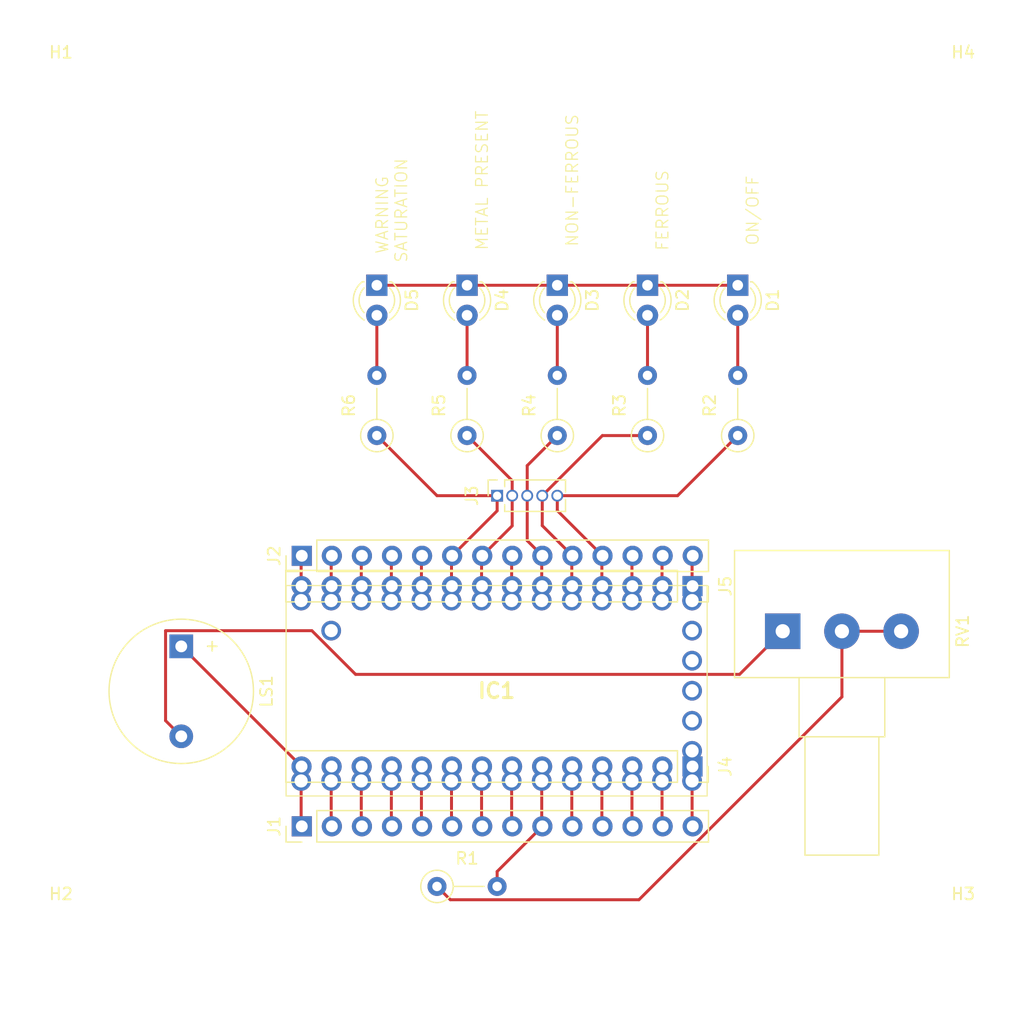
<source format=kicad_pcb>
(kicad_pcb (version 20211014) (generator pcbnew)
  (layers (0 "F.Cu" signal) (31 "B.Cu" signal) (34 "B.Paste" user) (35 "F.Paste" user) (36 "B.SilkS" user "B.Silkscreen") (37 "F.SilkS" user "F.Silkscreen") (38 "B.Mask" user) (39 "F.Mask" user) (44 "Edge.Cuts" user))
  (net 0 "")
  (net 1 "GND")
  (net 2 "Net-(D1-Pad2)")
  (net 3 "Net-(D2-Pad2)")
  (net 4 "Net-(D3-Pad2)")
  (net 5 "Net-(D4-Pad2)")
  (net 6 "Net-(D5-Pad2)")
  (net 7 "Net-(IC1-Pad1)")
  (net 8 "Net-(IC1-Pad2)")
  (net 9 "Net-(IC1-Pad3)")
  (net 10 "Net-(IC1-Pad4)")
  (net 11 "Net-(IC1-Pad5)")
  (net 12 "Net-(IC1-Pad6)")
  (net 13 "Net-(IC1-Pad7)")
  (net 14 "Net-(IC1-Pad8)")
  (net 15 "Net-(IC1-Pad9)")
  (net 16 "Net-(IC1-Pad10)")
  (net 17 "Net-(IC1-Pad11)")
  (net 18 "Net-(IC1-Pad12)")
  (net 19 "Net-(IC1-Pad13)")
  (net 20 "Net-(IC1-Pad14)")
  (net 26 "Net-(IC1-Pad20)")
  (net 27 "Net-(IC1-Pad21)")
  (net 28 "Net-(IC1-Pad22)")
  (net 29 "Net-(IC1-Pad23)")
  (net 30 "Net-(IC1-Pad24)")
  (net 31 "Net-(IC1-Pad25)")
  (net 32 "Net-(IC1-Pad26)")
  (net 33 "Net-(IC1-Pad27)")
  (net 34 "Net-(IC1-Pad28)")
  (net 35 "Net-(IC1-Pad29)")
  (net 36 "Net-(IC1-Pad30)")
  (net 37 "Net-(IC1-Pad31)")
  (net 38 "Net-(IC1-Pad32)")
  (net 39 "Net-(IC1-Pad33)")
  (net 41 "Net-(LS1-Pad2)")
  (net 42 "Net-(R1-Pad1)")
  (footprint "Resistor_THT:R_Axial_DIN0207_L6.3mm_D2.5mm_P5.08mm_Vertical" (layer "F.Cu") (at 128.28 59.665 90)
    (fp_text reference "R5" (at 2.54 -2.37 90) (layer "F.SilkS"))
    (fp_text value "470")
    (fp_line (start 1.37 0) (end 3.98 0) (layer "F.SilkS") (width 0.12))
    (fp_circle (center 0 0) (end 1.37 0) (layer "F.SilkS") (width 0.12) (fill none))
    (pad "1" thru_hole circle (at 0 0 90) (size 1.6 1.6) (drill 0.8) (layers *.Cu *.Mask) (net 33 "Net-(IC1-Pad27)"))
    (pad "2" thru_hole oval (at 5.08 0 90) (size 1.6 1.6) (drill 0.8) (layers *.Cu *.Mask) (net 5 "Net-(D4-Pad2)"))
  )
  (footprint "LED_THT:LED_D3.0mm_Clear" (layer "F.Cu") (at 128.28 46.965 -90)
    (fp_text reference "D4" (at 1.27 -2.96 90) (layer "F.SilkS"))
    (fp_text value "LED")
    (fp_line (start -0.29 -1.236) (end -0.29 -1.08) (layer "F.SilkS") (width 0.12))
    (fp_line (start -0.29 1.08) (end -0.29 1.236) (layer "F.SilkS") (width 0.12))
    (fp_arc (start 2.942335 1.078608) (mid 1.366487 1.987659) (end -0.29 1.235516) (layer "F.SilkS") (width 0.12))
    (fp_arc (start 0.229039 -1.08) (mid 1.270117 -1.5) (end 2.31113 -1.079837) (layer "F.SilkS") (width 0.12))
    (fp_arc (start 2.31113 1.079837) (mid 1.270117 1.5) (end 0.229039 1.08) (layer "F.SilkS") (width 0.12))
    (fp_arc (start -0.29 -1.235516) (mid 1.366487 -1.987659) (end 2.942335 -1.078608) (layer "F.SilkS") (width 0.12))
    (pad "1" thru_hole rect (at 0 0 270) (size 1.8 1.8) (drill 0.9) (layers *.Cu *.Mask) (net 1 "GND"))
    (pad "2" thru_hole circle (at 2.54 0 270) (size 1.8 1.8) (drill 0.9) (layers *.Cu *.Mask) (net 5 "Net-(D4-Pad2)"))
  )
  (footprint "Resistor_THT:R_Axial_DIN0207_L6.3mm_D2.5mm_P5.08mm_Vertical" (layer "F.Cu") (at 120.66 59.665 90)
    (fp_text reference "R6" (at 2.54 -2.37 90) (layer "F.SilkS"))
    (fp_text value "1k")
    (fp_line (start 1.37 0) (end 3.98 0) (layer "F.SilkS") (width 0.12))
    (fp_circle (center 0 0) (end 1.37 0) (layer "F.SilkS") (width 0.12) (fill none))
    (pad "1" thru_hole circle (at 0 0 90) (size 1.6 1.6) (drill 0.8) (layers *.Cu *.Mask) (net 34 "Net-(IC1-Pad28)"))
    (pad "2" thru_hole oval (at 5.08 0 90) (size 1.6 1.6) (drill 0.8) (layers *.Cu *.Mask) (net 6 "Net-(D5-Pad2)"))
  )
  (footprint "Connector_PinSocket_1.27mm:PinSocket_1x05_P1.27mm_Vertical" (layer "F.Cu") (at 130.82 64.745 90)
    (fp_text reference "J3" (at 0 -2.135 90) (layer "F.SilkS"))
    (fp_text value "Conn_01x05_Female")
    (fp_line (start 1.33 -0.76) (end 1.33 0) (layer "F.SilkS") (width 0.12))
    (fp_line (start -1.33 0.635) (end -1.33 5.775) (layer "F.SilkS") (width 0.12))
    (fp_line (start -1.33 5.775) (end -0.30753 5.775) (layer "F.SilkS") (width 0.12))
    (fp_line (start 0 -0.76) (end 1.33 -0.76) (layer "F.SilkS") (width 0.12))
    (fp_line (start 0.76 0.635) (end 1.33 0.635) (layer "F.SilkS") (width 0.12))
    (fp_line (start 0.30753 5.775) (end 1.33 5.775) (layer "F.SilkS") (width 0.12))
    (fp_line (start 1.33 0.635) (end 1.33 5.775) (layer "F.SilkS") (width 0.12))
    (fp_line (start -1.33 0.635) (end -0.76 0.635) (layer "F.SilkS") (width 0.12))
    (pad "1" thru_hole rect (at 0 0 90) (size 1 1) (drill 0.7) (layers *.Cu *.Mask) (net 34 "Net-(IC1-Pad28)"))
    (pad "2" thru_hole oval (at 0 1.27 90) (size 1 1) (drill 0.7) (layers *.Cu *.Mask) (net 33 "Net-(IC1-Pad27)"))
    (pad "3" thru_hole oval (at 0 2.54 90) (size 1 1) (drill 0.7) (layers *.Cu *.Mask) (net 31 "Net-(IC1-Pad25)"))
    (pad "4" thru_hole oval (at 0 3.81 90) (size 1 1) (drill 0.7) (layers *.Cu *.Mask) (net 30 "Net-(IC1-Pad24)"))
    (pad "5" thru_hole oval (at 0 5.08 90) (size 1 1) (drill 0.7) (layers *.Cu *.Mask) (net 29 "Net-(IC1-Pad23)"))
  )
  (footprint "Connector_PinSocket_2.54mm:PinSocket_1x14_P2.54mm_Vertical" (layer "F.Cu") (at 147.32 87.63 -90)
    (fp_text reference "J4" (at 0 -2.77 90) (layer "F.SilkS"))
    (fp_text value "Conn_01x14_Female")
    (fp_line (start 0 -1.33) (end 1.33 -1.33) (layer "F.SilkS") (width 0.12))
    (fp_line (start 1.33 1.27) (end 1.33 34.35) (layer "F.SilkS") (width 0.12))
    (fp_line (start -1.33 1.27) (end 1.33 1.27) (layer "F.SilkS") (width 0.12))
    (fp_line (start 1.33 -1.33) (end 1.33 0) (layer "F.SilkS") (width 0.12))
    (fp_line (start -1.33 34.35) (end 1.33 34.35) (layer "F.SilkS") (width 0.12))
    (fp_line (start -1.33 1.27) (end -1.33 34.35) (layer "F.SilkS") (width 0.12))
    (pad "1" thru_hole rect (at 0 0 270) (size 1.7 1.7) (drill 1) (layers *.Cu *.Mask) (net 20 "Net-(IC1-Pad14)"))
    (pad "2" thru_hole oval (at 0 2.54 270) (size 1.7 1.7) (drill 1) (layers *.Cu *.Mask) (net 19 "Net-(IC1-Pad13)"))
    (pad "3" thru_hole oval (at 0 5.08 270) (size 1.7 1.7) (drill 1) (layers *.Cu *.Mask) (net 18 "Net-(IC1-Pad12)"))
    (pad "4" thru_hole oval (at 0 7.62 270) (size 1.7 1.7) (drill 1) (layers *.Cu *.Mask) (net 17 "Net-(IC1-Pad11)"))
    (pad "5" thru_hole oval (at 0 10.16 270) (size 1.7 1.7) (drill 1) (layers *.Cu *.Mask) (net 16 "Net-(IC1-Pad10)"))
    (pad "6" thru_hole oval (at 0 12.7 270) (size 1.7 1.7) (drill 1) (layers *.Cu *.Mask) (net 15 "Net-(IC1-Pad9)"))
    (pad "7" thru_hole oval (at 0 15.24 270) (size 1.7 1.7) (drill 1) (layers *.Cu *.Mask) (net 14 "Net-(IC1-Pad8)"))
    (pad "8" thru_hole oval (at 0 17.78 270) (size 1.7 1.7) (drill 1) (layers *.Cu *.Mask) (net 13 "Net-(IC1-Pad7)"))
    (pad "9" thru_hole oval (at 0 20.32 270) (size 1.7 1.7) (drill 1) (layers *.Cu *.Mask) (net 12 "Net-(IC1-Pad6)"))
    (pad "10" thru_hole oval (at 0 22.86 270) (size 1.7 1.7) (drill 1) (layers *.Cu *.Mask) (net 11 "Net-(IC1-Pad5)"))
    (pad "11" thru_hole oval (at 0 25.4 270) (size 1.7 1.7) (drill 1) (layers *.Cu *.Mask) (net 10 "Net-(IC1-Pad4)"))
    (pad "12" thru_hole oval (at 0 27.94 270) (size 1.7 1.7) (drill 1) (layers *.Cu *.Mask) (net 9 "Net-(IC1-Pad3)"))
    (pad "13" thru_hole oval (at 0 30.48 270) (size 1.7 1.7) (drill 1) (layers *.Cu *.Mask) (net 8 "Net-(IC1-Pad2)"))
    (pad "14" thru_hole oval (at 0 33.02 270) (size 1.7 1.7) (drill 1) (layers *.Cu *.Mask) (net 7 "Net-(IC1-Pad1)"))
  )
  (footprint "Buzzer_Beeper:Buzzer_12x9.5RM7.6" (layer "F.Cu") (at 104.14 77.48 -90)
    (fp_text reference "LS1" (at 3.8 -7.2 90) (layer "F.SilkS"))
    (fp_text value "Speaker")
    (fp_text user "+" (at -0.01 -2.54 90) (layer "F.SilkS"))
    (fp_circle (center 3.8 0) (end 9.9 0) (layer "F.SilkS") (width 0.12) (fill none))
    (pad "1" thru_hole rect (at 0 0 270) (size 2 2) (drill 1) (layers *.Cu *.Mask) (net 7 "Net-(IC1-Pad1)"))
    (pad "2" thru_hole circle (at 7.6 0 270) (size 2 2) (drill 1) (layers *.Cu *.Mask) (net 41 "Net-(LS1-Pad2)"))
  )
  (footprint "Connector_PinHeader_2.54mm:PinHeader_1x14_P2.54mm_Vertical" (layer "F.Cu") (at 114.32 92.685 90)
    (fp_text reference "J1" (at 0 -2.33 90) (layer "F.SilkS"))
    (fp_text value "Conn_01x14_Male")
    (fp_line (start -1.33 1.27) (end 1.33 1.27) (layer "F.SilkS") (width 0.12))
    (fp_line (start -1.33 1.27) (end -1.33 34.35) (layer "F.SilkS") (width 0.12))
    (fp_line (start -1.33 -1.33) (end 0 -1.33) (layer "F.SilkS") (width 0.12))
    (fp_line (start -1.33 34.35) (end 1.33 34.35) (layer "F.SilkS") (width 0.12))
    (fp_line (start -1.33 0) (end -1.33 -1.33) (layer "F.SilkS") (width 0.12))
    (fp_line (start 1.33 1.27) (end 1.33 34.35) (layer "F.SilkS") (width 0.12))
    (pad "1" thru_hole rect (at 0 0 90) (size 1.7 1.7) (drill 1) (layers *.Cu *.Mask) (net 7 "Net-(IC1-Pad1)"))
    (pad "2" thru_hole oval (at 0 2.54 90) (size 1.7 1.7) (drill 1) (layers *.Cu *.Mask) (net 8 "Net-(IC1-Pad2)"))
    (pad "3" thru_hole oval (at 0 5.08 90) (size 1.7 1.7) (drill 1) (layers *.Cu *.Mask) (net 9 "Net-(IC1-Pad3)"))
    (pad "4" thru_hole oval (at 0 7.62 90) (size 1.7 1.7) (drill 1) (layers *.Cu *.Mask) (net 10 "Net-(IC1-Pad4)"))
    (pad "5" thru_hole oval (at 0 10.16 90) (size 1.7 1.7) (drill 1) (layers *.Cu *.Mask) (net 11 "Net-(IC1-Pad5)"))
    (pad "6" thru_hole oval (at 0 12.7 90) (size 1.7 1.7) (drill 1) (layers *.Cu *.Mask) (net 12 "Net-(IC1-Pad6)"))
    (pad "7" thru_hole oval (at 0 15.24 90) (size 1.7 1.7) (drill 1) (layers *.Cu *.Mask) (net 13 "Net-(IC1-Pad7)"))
    (pad "8" thru_hole oval (at 0 17.78 90) (size 1.7 1.7) (drill 1) (layers *.Cu *.Mask) (net 14 "Net-(IC1-Pad8)"))
    (pad "9" thru_hole oval (at 0 20.32 90) (size 1.7 1.7) (drill 1) (layers *.Cu *.Mask) (net 15 "Net-(IC1-Pad9)"))
    (pad "10" thru_hole oval (at 0 22.86 90) (size 1.7 1.7) (drill 1) (layers *.Cu *.Mask) (net 16 "Net-(IC1-Pad10)"))
    (pad "11" thru_hole oval (at 0 25.4 90) (size 1.7 1.7) (drill 1) (layers *.Cu *.Mask) (net 17 "Net-(IC1-Pad11)"))
    (pad "12" thru_hole oval (at 0 27.94 90) (size 1.7 1.7) (drill 1) (layers *.Cu *.Mask) (net 18 "Net-(IC1-Pad12)"))
    (pad "13" thru_hole oval (at 0 30.48 90) (size 1.7 1.7) (drill 1) (layers *.Cu *.Mask) (net 19 "Net-(IC1-Pad13)"))
    (pad "14" thru_hole oval (at 0 33.02 90) (size 1.7 1.7) (drill 1) (layers *.Cu *.Mask) (net 20 "Net-(IC1-Pad14)"))
  )
  (footprint "Resistor_THT:R_Axial_DIN0207_L6.3mm_D2.5mm_P5.08mm_Vertical" (layer "F.Cu") (at 135.9 59.665 90)
    (fp_text reference "R4" (at 2.54 -2.37 90) (layer "F.SilkS"))
    (fp_text value "470")
    (fp_line (start 1.37 0) (end 3.98 0) (layer "F.SilkS") (width 0.12))
    (fp_circle (center 0 0) (end 1.37 0) (layer "F.SilkS") (width 0.12) (fill none))
    (pad "1" thru_hole circle (at 0 0 90) (size 1.6 1.6) (drill 0.8) (layers *.Cu *.Mask) (net 31 "Net-(IC1-Pad25)"))
    (pad "2" thru_hole oval (at 5.08 0 90) (size 1.6 1.6) (drill 0.8) (layers *.Cu *.Mask) (net 4 "Net-(D3-Pad2)"))
  )
  (footprint "Resistor_THT:R_Axial_DIN0207_L6.3mm_D2.5mm_P5.08mm_Vertical" (layer "F.Cu") (at 143.52 59.665 90)
    (fp_text reference "R3" (at 2.54 -2.37 90) (layer "F.SilkS"))
    (fp_text value "1k")
    (fp_line (start 1.37 0) (end 3.98 0) (layer "F.SilkS") (width 0.12))
    (fp_circle (center 0 0) (end 1.37 0) (layer "F.SilkS") (width 0.12) (fill none))
    (pad "1" thru_hole circle (at 0 0 90) (size 1.6 1.6) (drill 0.8) (layers *.Cu *.Mask) (net 30 "Net-(IC1-Pad24)"))
    (pad "2" thru_hole oval (at 5.08 0 90) (size 1.6 1.6) (drill 0.8) (layers *.Cu *.Mask) (net 3 "Net-(D2-Pad2)"))
  )
  (footprint "KiCad:TEENSY40" (layer "F.Cu") (at 114.265 88.85)
    (fp_text reference "IC1" (at 16.51 -7.62) (layer "F.SilkS") (effects (font (size 1.27 1.27) (thickness 0.254))))
    (fp_text value "TEENSY_4.0" hide)
    (fp_line (start -1.27 1.27) (end -1.27 -16.51) (layer "F.SilkS") (width 0.1))
    (fp_line (start 34.29 1.27) (end -1.27 1.27) (layer "F.SilkS") (width 0.1))
    (fp_line (start 34.29 -16.51) (end 34.29 1.27) (layer "F.SilkS") (width 0.1))
    (fp_line (start -1.27 -16.51) (end 34.29 -16.51) (layer "F.SilkS") (width 0.1))
    (pad "1" thru_hole circle locked (at 0 0) (size 1.665 1.665) (drill 1.11) (layers *.Cu *.Mask) (net 7 "Net-(IC1-Pad1)"))
    (pad "2" thru_hole circle locked (at 2.54 0) (size 1.665 1.665) (drill 1.11) (layers *.Cu *.Mask) (net 8 "Net-(IC1-Pad2)"))
    (pad "3" thru_hole circle locked (at 5.08 0) (size 1.665 1.665) (drill 1.11) (layers *.Cu *.Mask) (net 9 "Net-(IC1-Pad3)"))
    (pad "4" thru_hole circle locked (at 7.62 0) (size 1.665 1.665) (drill 1.11) (layers *.Cu *.Mask) (net 10 "Net-(IC1-Pad4)"))
    (pad "5" thru_hole circle locked (at 10.16 0) (size 1.665 1.665) (drill 1.11) (layers *.Cu *.Mask) (net 11 "Net-(IC1-Pad5)"))
    (pad "6" thru_hole circle locked (at 12.7 0) (size 1.665 1.665) (drill 1.11) (layers *.Cu *.Mask) (net 12 "Net-(IC1-Pad6)"))
    (pad "7" thru_hole circle locked (at 15.24 0) (size 1.665 1.665) (drill 1.11) (layers *.Cu *.Mask) (net 13 "Net-(IC1-Pad7)"))
    (pad "8" thru_hole circle locked (at 17.78 0) (size 1.665 1.665) (drill 1.11) (layers *.Cu *.Mask) (net 14 "Net-(IC1-Pad8)"))
    (pad "9" thru_hole circle locked (at 20.32 0) (size 1.665 1.665) (drill 1.11) (layers *.Cu *.Mask) (net 15 "Net-(IC1-Pad9)"))
    (pad "10" thru_hole circle locked (at 22.86 0) (size 1.665 1.665) (drill 1.11) (layers *.Cu *.Mask) (net 16 "Net-(IC1-Pad10)"))
    (pad "11" thru_hole circle locked (at 25.4 0) (size 1.665 1.665) (drill 1.11) (layers *.Cu *.Mask) (net 17 "Net-(IC1-Pad11)"))
    (pad "12" thru_hole circle locked (at 27.94 0) (size 1.665 1.665) (drill 1.11) (layers *.Cu *.Mask) (net 18 "Net-(IC1-Pad12)"))
    (pad "13" thru_hole circle locked (at 30.48 0) (size 1.665 1.665) (drill 1.11) (layers *.Cu *.Mask) (net 19 "Net-(IC1-Pad13)"))
    (pad "14" thru_hole circle locked (at 33.02 0) (size 1.665 1.665) (drill 1.11) (layers *.Cu *.Mask) (net 20 "Net-(IC1-Pad14)"))
    (pad "15" thru_hole circle locked (at 33.02 -2.54) (size 1.665 1.665) (drill 1.11) (layers *.Cu *.Mask))
    (pad "16" thru_hole circle locked (at 33.02 -5.08) (size 1.665 1.665) (drill 1.11) (layers *.Cu *.Mask))
    (pad "17" thru_hole circle locked (at 33.02 -7.62) (size 1.665 1.665) (drill 1.11) (layers *.Cu *.Mask))
    (pad "18" thru_hole circle locked (at 33.02 -10.16) (size 1.665 1.665) (drill 1.11) (layers *.Cu *.Mask))
    (pad "19" thru_hole circle locked (at 33.02 -12.7) (size 1.665 1.665) (drill 1.11) (layers *.Cu *.Mask))
    (pad "20" thru_hole circle locked (at 33.02 -15.24) (size 1.665 1.665) (drill 1.11) (layers *.Cu *.Mask) (net 26 "Net-(IC1-Pad20)"))
    (pad "21" thru_hole circle locked (at 30.48 -15.24) (size 1.665 1.665) (drill 1.11) (layers *.Cu *.Mask) (net 27 "Net-(IC1-Pad21)"))
    (pad "22" thru_hole circle locked (at 27.94 -15.24) (size 1.665 1.665) (drill 1.11) (layers *.Cu *.Mask) (net 28 "Net-(IC1-Pad22)"))
    (pad "23" thru_hole circle locked (at 25.4 -15.24) (size 1.665 1.665) (drill 1.11) (layers *.Cu *.Mask) (net 29 "Net-(IC1-Pad23)"))
    (pad "24" thru_hole circle locked (at 22.86 -15.24) (size 1.665 1.665) (drill 1.11) (layers *.Cu *.Mask) (net 30 "Net-(IC1-Pad24)"))
    (pad "25" thru_hole circle locked (at 20.32 -15.24) (size 1.665 1.665) (drill 1.11) (layers *.Cu *.Mask) (net 31 "Net-(IC1-Pad25)"))
    (pad "26" thru_hole circle locked (at 17.78 -15.24) (size 1.665 1.665) (drill 1.11) (layers *.Cu *.Mask) (net 32 "Net-(IC1-Pad26)"))
    (pad "27" thru_hole circle locked (at 15.24 -15.24) (size 1.665 1.665) (drill 1.11) (layers *.Cu *.Mask) (net 33 "Net-(IC1-Pad27)"))
    (pad "28" thru_hole circle locked (at 12.7 -15.24) (size 1.665 1.665) (drill 1.11) (layers *.Cu *.Mask) (net 34 "Net-(IC1-Pad28)"))
    (pad "29" thru_hole circle locked (at 10.16 -15.24) (size 1.665 1.665) (drill 1.11) (layers *.Cu *.Mask) (net 35 "Net-(IC1-Pad29)"))
    (pad "30" thru_hole circle locked (at 7.62 -15.24) (size 1.665 1.665) (drill 1.11) (layers *.Cu *.Mask) (net 36 "Net-(IC1-Pad30)"))
    (pad "31" thru_hole circle locked (at 5.08 -15.24) (size 1.665 1.665) (drill 1.11) (layers *.Cu *.Mask) (net 37 "Net-(IC1-Pad31)"))
    (pad "32" thru_hole circle locked (at 2.54 -15.24) (size 1.665 1.665) (drill 1.11) (layers *.Cu *.Mask) (net 38 "Net-(IC1-Pad32)"))
    (pad "33" thru_hole circle locked (at 0 -15.24) (size 1.665 1.665) (drill 1.11) (layers *.Cu *.Mask) (net 39 "Net-(IC1-Pad33)"))
    (pad "34" thru_hole circle locked (at 2.54 -12.7) (size 1.665 1.665) (drill 1.11) (layers *.Cu *.Mask))
  )
  (footprint "MountingHole:MountingHole_2.1mm" (layer "F.Cu") (at 93.98 101.6)
    (fp_text reference "H2" (at 0 -3.2) (layer "F.SilkS"))
    (fp_text value "MountingHole")
    (pad "" np_thru_hole circle (at 0 0) (size 2.1 2.1) (drill 2.1) (layers *.Cu *.Mask))
  )
  (footprint "LED_THT:LED_D3.0mm_Clear" (layer "F.Cu") (at 143.52 46.965 -90)
    (fp_text reference "D2" (at 1.27 -2.96 90) (layer "F.SilkS"))
    (fp_text value "LED")
    (fp_line (start -0.29 -1.236) (end -0.29 -1.08) (layer "F.SilkS") (width 0.12))
    (fp_line (start -0.29 1.08) (end -0.29 1.236) (layer "F.SilkS") (width 0.12))
    (fp_arc (start 2.942335 1.078608) (mid 1.366487 1.987659) (end -0.29 1.235516) (layer "F.SilkS") (width 0.12))
    (fp_arc (start 0.229039 -1.08) (mid 1.270117 -1.5) (end 2.31113 -1.079837) (layer "F.SilkS") (width 0.12))
    (fp_arc (start 2.31113 1.079837) (mid 1.270117 1.5) (end 0.229039 1.08) (layer "F.SilkS") (width 0.12))
    (fp_arc (start -0.29 -1.235516) (mid 1.366487 -1.987659) (end 2.942335 -1.078608) (layer "F.SilkS") (width 0.12))
    (pad "1" thru_hole rect (at 0 0 270) (size 1.8 1.8) (drill 0.9) (layers *.Cu *.Mask) (net 1 "GND"))
    (pad "2" thru_hole circle (at 2.54 0 270) (size 1.8 1.8) (drill 0.9) (layers *.Cu *.Mask) (net 3 "Net-(D2-Pad2)"))
  )
  (footprint "Potentiometer_THT:Potentiometer_Alps_RK163_Single_Horizontal" (layer "F.Cu") (at 154.94 76.2 90)
    (fp_text reference "RV1" (at 0 15.2 90) (layer "F.SilkS"))
    (fp_text value "1k")
    (fp_line (start -8.92 8.12) (end -18.92 8.12) (layer "F.SilkS") (width 0.12))
    (fp_line (start -8.92 8.62) (end -8.92 1.38) (layer "F.SilkS") (width 0.12))
    (fp_line (start -8.92 1.88) (end -18.92 1.88) (layer "F.SilkS") (width 0.12))
    (fp_line (start -3.92 1.38) (end -8.92 1.38) (layer "F.SilkS") (width 0.12))
    (fp_line (start 6.82 14.07) (end 6.82 -4.07) (layer "F.SilkS") (width 0.12))
    (fp_line (start -18.92 8.12) (end -18.92 1.88) (layer "F.SilkS") (width 0.12))
    (fp_line (start -3.92 8.62) (end -8.92 8.62) (layer "F.SilkS") (width 0.12))
    (fp_line (start 6.82 -4.07) (end -3.92 -4.07) (layer "F.SilkS") (width 0.12))
    (fp_line (start -3.92 14.07) (end -3.92 -4.07) (layer "F.SilkS") (width 0.12))
    (fp_line (start 6.82 14.07) (end -3.92 14.07) (layer "F.SilkS") (width 0.12))
    (pad "1" thru_hole rect (at 0 0 270) (size 3 3) (drill 1.2) (layers *.Cu *.Mask) (net 41 "Net-(LS1-Pad2)"))
    (pad "2" thru_hole circle (at 0 5 270) (size 3 3) (drill 1.2) (layers *.Cu *.Mask) (net 42 "Net-(R1-Pad1)"))
    (pad "3" thru_hole circle (at 0 10 270) (size 3 3) (drill 1.2) (layers *.Cu *.Mask) (net 42 "Net-(R1-Pad1)"))
  )
  (footprint "MountingHole:MountingHole_2.1mm" (layer "F.Cu") (at 170.18 30.48)
    (fp_text reference "H4" (at 0 -3.2) (layer "F.SilkS"))
    (fp_text value "MountingHole")
    (pad "" np_thru_hole circle (at 0 0) (size 2.1 2.1) (drill 2.1) (layers *.Cu *.Mask))
  )
  (footprint "MountingHole:MountingHole_2.1mm" (layer "F.Cu") (at 170.18 101.6)
    (fp_text reference "H3" (at 0 -3.2) (layer "F.SilkS"))
    (fp_text value "MountingHole")
    (pad "" np_thru_hole circle (at 0 0) (size 2.1 2.1) (drill 2.1) (layers *.Cu *.Mask))
  )
  (footprint "Resistor_THT:R_Axial_DIN0207_L6.3mm_D2.5mm_P5.08mm_Vertical" (layer "F.Cu") (at 125.74 97.765)
    (fp_text reference "R1" (at 2.54 -2.37) (layer "F.SilkS"))
    (fp_text value "150")
    (fp_line (start 1.37 0) (end 3.98 0) (layer "F.SilkS") (width 0.12))
    (fp_circle (center 0 0) (end 1.37 0) (layer "F.SilkS") (width 0.12) (fill none))
    (pad "1" thru_hole circle (at 0 0) (size 1.6 1.6) (drill 0.8) (layers *.Cu *.Mask) (net 42 "Net-(R1-Pad1)"))
    (pad "2" thru_hole oval (at 5.08 0) (size 1.6 1.6) (drill 0.8) (layers *.Cu *.Mask) (net 15 "Net-(IC1-Pad9)"))
  )
  (footprint "Connector_PinHeader_2.54mm:PinHeader_1x14_P2.54mm_Vertical" (layer "F.Cu") (at 114.32 69.825 90)
    (fp_text reference "J2" (at 0 -2.33 90) (layer "F.SilkS"))
    (fp_text value "Conn_01x14_Male")
    (fp_line (start -1.33 -1.33) (end 0 -1.33) (layer "F.SilkS") (width 0.12))
    (fp_line (start -1.33 1.27) (end -1.33 34.35) (layer "F.SilkS") (width 0.12))
    (fp_line (start -1.33 0) (end -1.33 -1.33) (layer "F.SilkS") (width 0.12))
    (fp_line (start -1.33 34.35) (end 1.33 34.35) (layer "F.SilkS") (width 0.12))
    (fp_line (start -1.33 1.27) (end 1.33 1.27) (layer "F.SilkS") (width 0.12))
    (fp_line (start 1.33 1.27) (end 1.33 34.35) (layer "F.SilkS") (width 0.12))
    (pad "1" thru_hole rect (at 0 0 90) (size 1.7 1.7) (drill 1) (layers *.Cu *.Mask) (net 39 "Net-(IC1-Pad33)"))
    (pad "2" thru_hole oval (at 0 2.54 90) (size 1.7 1.7) (drill 1) (layers *.Cu *.Mask) (net 38 "Net-(IC1-Pad32)"))
    (pad "3" thru_hole oval (at 0 5.08 90) (size 1.7 1.7) (drill 1) (layers *.Cu *.Mask) (net 37 "Net-(IC1-Pad31)"))
    (pad "4" thru_hole oval (at 0 7.62 90) (size 1.7 1.7) (drill 1) (layers *.Cu *.Mask) (net 36 "Net-(IC1-Pad30)"))
    (pad "5" thru_hole oval (at 0 10.16 90) (size 1.7 1.7) (drill 1) (layers *.Cu *.Mask) (net 35 "Net-(IC1-Pad29)"))
    (pad "6" thru_hole oval (at 0 12.7 90) (size 1.7 1.7) (drill 1) (layers *.Cu *.Mask) (net 34 "Net-(IC1-Pad28)"))
    (pad "7" thru_hole oval (at 0 15.24 90) (size 1.7 1.7) (drill 1) (layers *.Cu *.Mask) (net 33 "Net-(IC1-Pad27)"))
    (pad "8" thru_hole oval (at 0 17.78 90) (size 1.7 1.7) (drill 1) (layers *.Cu *.Mask) (net 32 "Net-(IC1-Pad26)"))
    (pad "9" thru_hole oval (at 0 20.32 90) (size 1.7 1.7) (drill 1) (layers *.Cu *.Mask) (net 31 "Net-(IC1-Pad25)"))
    (pad "10" thru_hole oval (at 0 22.86 90) (size 1.7 1.7) (drill 1) (layers *.Cu *.Mask) (net 30 "Net-(IC1-Pad24)"))
    (pad "11" thru_hole oval (at 0 25.4 90) (size 1.7 1.7) (drill 1) (layers *.Cu *.Mask) (net 29 "Net-(IC1-Pad23)"))
    (pad "12" thru_hole oval (at 0 27.94 90) (size 1.7 1.7) (drill 1) (layers *.Cu *.Mask) (net 28 "Net-(IC1-Pad22)"))
    (pad "13" thru_hole oval (at 0 30.48 90) (size 1.7 1.7) (drill 1) (layers *.Cu *.Mask) (net 27 "Net-(IC1-Pad21)"))
    (pad "14" thru_hole oval (at 0 33.02 90) (size 1.7 1.7) (drill 1) (layers *.Cu *.Mask) (net 26 "Net-(IC1-Pad20)"))
  )
  (footprint "Resistor_THT:R_Axial_DIN0207_L6.3mm_D2.5mm_P5.08mm_Vertical" (layer "F.Cu") (at 151.14 59.665 90)
    (fp_text reference "R2" (at 2.54 -2.37 90) (layer "F.SilkS"))
    (fp_text value "100")
    (fp_line (start 1.37 0) (end 3.98 0) (layer "F.SilkS") (width 0.12))
    (fp_circle (center 0 0) (end 1.37 0) (layer "F.SilkS") (width 0.12) (fill none))
    (pad "1" thru_hole circle (at 0 0 90) (size 1.6 1.6) (drill 0.8) (layers *.Cu *.Mask) (net 29 "Net-(IC1-Pad23)"))
    (pad "2" thru_hole oval (at 5.08 0 90) (size 1.6 1.6) (drill 0.8) (layers *.Cu *.Mask) (net 2 "Net-(D1-Pad2)"))
  )
  (footprint "LED_THT:LED_D3.0mm" (layer "F.Cu") (at 120.66 46.965 -90)
    (fp_text reference "D5" (at 1.27 -2.96 90) (layer "F.SilkS"))
    (fp_text value "LED")
    (fp_line (start -0.29 -1.236) (end -0.29 -1.08) (layer "F.SilkS") (width 0.12))
    (fp_line (start -0.29 1.08) (end -0.29 1.236) (layer "F.SilkS") (width 0.12))
    (fp_arc (start 2.942335 1.078608) (mid 1.366487 1.987659) (end -0.29 1.235516) (layer "F.SilkS") (width 0.12))
    (fp_arc (start 0.229039 -1.08) (mid 1.270117 -1.5) (end 2.31113 -1.079837) (layer "F.SilkS") (width 0.12))
    (fp_arc (start 2.31113 1.079837) (mid 1.270117 1.5) (end 0.229039 1.08) (layer "F.SilkS") (width 0.12))
    (fp_arc (start -0.29 -1.235516) (mid 1.366487 -1.987659) (end 2.942335 -1.078608) (layer "F.SilkS") (width 0.12))
    (pad "1" thru_hole rect (at 0 0 270) (size 1.8 1.8) (drill 0.9) (layers *.Cu *.Mask) (net 1 "GND"))
    (pad "2" thru_hole circle (at 2.54 0 270) (size 1.8 1.8) (drill 0.9) (layers *.Cu *.Mask) (net 6 "Net-(D5-Pad2)"))
  )
  (footprint "LED_THT:LED_D3.0mm_Clear" (layer "F.Cu") (at 135.9 46.965 -90)
    (fp_text reference "D3" (at 1.27 -2.96 90) (layer "F.SilkS"))
    (fp_text value "LED")
    (fp_line (start -0.29 1.08) (end -0.29 1.236) (layer "F.SilkS") (width 0.12))
    (fp_line (start -0.29 -1.236) (end -0.29 -1.08) (layer "F.SilkS") (width 0.12))
    (fp_arc (start 0.229039 -1.08) (mid 1.270117 -1.5) (end 2.31113 -1.079837) (layer "F.SilkS") (width 0.12))
    (fp_arc (start -0.29 -1.235516) (mid 1.366487 -1.987659) (end 2.942335 -1.078608) (layer "F.SilkS") (width 0.12))
    (fp_arc (start 2.31113 1.079837) (mid 1.270117 1.5) (end 0.229039 1.08) (layer "F.SilkS") (width 0.12))
    (fp_arc (start 2.942335 1.078608) (mid 1.366487 1.987659) (end -0.29 1.235516) (layer "F.SilkS") (width 0.12))
    (pad "1" thru_hole rect (at 0 0 270) (size 1.8 1.8) (drill 0.9) (layers *.Cu *.Mask) (net 1 "GND"))
    (pad "2" thru_hole circle (at 2.54 0 270) (size 1.8 1.8) (drill 0.9) (layers *.Cu *.Mask) (net 4 "Net-(D3-Pad2)"))
  )
  (footprint "LED_THT:LED_D3.0mm_Clear" (layer "F.Cu") (at 151.14 46.965 -90)
    (fp_text reference "D1" (at 1.27 -2.96 90) (layer "F.SilkS"))
    (fp_text value "LED")
    (fp_line (start -0.29 -1.236) (end -0.29 -1.08) (layer "F.SilkS") (width 0.12))
    (fp_line (start -0.29 1.08) (end -0.29 1.236) (layer "F.SilkS") (width 0.12))
    (fp_arc (start 2.31113 1.079837) (mid 1.270117 1.5) (end 0.229039 1.08) (layer "F.SilkS") (width 0.12))
    (fp_arc (start 2.942335 1.078608) (mid 1.366487 1.987659) (end -0.29 1.235516) (layer "F.SilkS") (width 0.12))
    (fp_arc (start 0.229039 -1.08) (mid 1.270117 -1.5) (end 2.31113 -1.079837) (layer "F.SilkS") (width 0.12))
    (fp_arc (start -0.29 -1.235516) (mid 1.366487 -1.987659) (end 2.942335 -1.078608) (layer "F.SilkS") (width 0.12))
    (pad "1" thru_hole rect (at 0 0 270) (size 1.8 1.8) (drill 0.9) (layers *.Cu *.Mask) (net 1 "GND"))
    (pad "2" thru_hole circle (at 2.54 0 270) (size 1.8 1.8) (drill 0.9) (layers *.Cu *.Mask) (net 2 "Net-(D1-Pad2)"))
  )
  (footprint "MountingHole:MountingHole_2.1mm" (layer "F.Cu") (at 93.98 30.48)
    (fp_text reference "H1" (at 0 -3.2) (layer "F.SilkS"))
    (fp_text value "MountingHole")
    (pad "" np_thru_hole circle (at 0 0) (size 2.1 2.1) (drill 2.1) (layers *.Cu *.Mask))
  )
  (footprint "Connector_PinSocket_2.54mm:PinSocket_1x14_P2.54mm_Vertical" (layer "F.Cu") (at 147.32 72.39 -90)
    (fp_text reference "J5" (at 0 -2.77 90) (layer "F.SilkS"))
    (fp_text value "Conn_01x14_Female")
    (fp_line (start -1.33 1.27) (end 1.33 1.27) (layer "F.SilkS") (width 0.12))
    (fp_line (start -1.33 34.35) (end 1.33 34.35) (layer "F.SilkS") (width 0.12))
    (fp_line (start 0 -1.33) (end 1.33 -1.33) (layer "F.SilkS") (width 0.12))
    (fp_line (start 1.33 1.27) (end 1.33 34.35) (layer "F.SilkS") (width 0.12))
    (fp_line (start 1.33 -1.33) (end 1.33 0) (layer "F.SilkS") (width 0.12))
    (fp_line (start -1.33 1.27) (end -1.33 34.35) (layer "F.SilkS") (width 0.12))
    (pad "1" thru_hole rect (at 0 0 270) (size 1.7 1.7) (drill 1) (layers *.Cu *.Mask) (net 26 "Net-(IC1-Pad20)"))
    (pad "2" thru_hole oval (at 0 2.54 270) (size 1.7 1.7) (drill 1) (layers *.Cu *.Mask) (net 27 "Net-(IC1-Pad21)"))
    (pad "3" thru_hole oval (at 0 5.08 270) (size 1.7 1.7) (drill 1) (layers *.Cu *.Mask) (net 28 "Net-(IC1-Pad22)"))
    (pad "4" thru_hole oval (at 0 7.62 270) (size 1.7 1.7) (drill 1) (layers *.Cu *.Mask) (net 29 "Net-(IC1-Pad23)"))
    (pad "5" thru_hole oval (at 0 10.16 270) (size 1.7 1.7) (drill 1) (layers *.Cu *.Mask) (net 30 "Net-(IC1-Pad24)"))
    (pad "6" thru_hole oval (at 0 12.7 270) (size 1.7 1.7) (drill 1) (layers *.Cu *.Mask) (net 31 "Net-(IC1-Pad25)"))
    (pad "7" thru_hole oval (at 0 15.24 270) (size 1.7 1.7) (drill 1) (layers *.Cu *.Mask) (net 32 "Net-(IC1-Pad26)"))
    (pad "8" thru_hole oval (at 0 17.78 270) (size 1.7 1.7) (drill 1) (layers *.Cu *.Mask) (net 33 "Net-(IC1-Pad27)"))
    (pad "9" thru_hole oval (at 0 20.32 270) (size 1.7 1.7) (drill 1) (layers *.Cu *.Mask) (net 34 "Net-(IC1-Pad28)"))
    (pad "10" thru_hole oval (at 0 22.86 270) (size 1.7 1.7) (drill 1) (layers *.Cu *.Mask) (net 35 "Net-(IC1-Pad29)"))
    (pad "11" thru_hole oval (at 0 25.4 270) (size 1.7 1.7) (drill 1) (layers *.Cu *.Mask) (net 36 "Net-(IC1-Pad30)"))
    (pad "12" thru_hole oval (at 0 27.94 270) (size 1.7 1.7) (drill 1) (layers *.Cu *.Mask) (net 37 "Net-(IC1-Pad31)"))
    (pad "13" thru_hole oval (at 0 30.48 270) (size 1.7 1.7) (drill 1) (layers *.Cu *.Mask) (net 38 "Net-(IC1-Pad32)"))
    (pad "14" thru_hole oval (at 0 33.02 270) (size 1.7 1.7) (drill 1) (layers *.Cu *.Mask) (net 39 "Net-(IC1-Pad33)"))
  )
  (gr_text "FERROUS\n" (at 144.78 40.64 90) (layer "F.SilkS") (effects (font (size 1 1) (thickness 0.1))))
  (gr_text "METAL PRESENT" (at 129.54 38.1 90) (layer "F.SilkS") (effects (font (size 1 1) (thickness 0.1))))
  (gr_text "NON-FERROUS" (at 137.16 38.1 90) (layer "F.SilkS") (effects (font (size 1 1) (thickness 0.1))))
  (gr_text "ON/OFF\n" (at 152.4 40.64 90) (layer "F.SilkS") (effects (font (size 1 1) (thickness 0.1))))
  (gr_text "WARNING \nSATURATION\n" (at 121.92 40.64 90) (layer "F.SilkS") (effects (font (size 1 1) (thickness 0.1))))
  (segment (start 128.28 46.965) (end 135.9 46.965) (width 0.25) (layer "F.Cu") (net 1))
  (segment (start 120.66 46.965) (end 128.28 46.965) (width 0.25) (layer "F.Cu") (net 1))
  (segment (start 143.52 46.965) (end 151.14 46.965) (width 0.25) (layer "F.Cu") (net 1))
  (segment (start 135.9 46.965) (end 143.52 46.965) (width 0.25) (layer "F.Cu") (net 1))
  (segment (start 151.14 54.585) (end 151.14 49.505) (width 0.25) (layer "F.Cu") (net 2))
  (segment (start 143.52 54.585) (end 143.52 49.505) (width 0.25) (layer "F.Cu") (net 3))
  (segment (start 135.9 54.585) (end 135.9 49.505) (width 0.25) (layer "F.Cu") (net 4))
  (segment (start 128.28 54.585) (end 128.28 49.505) (width 0.25) (layer "F.Cu") (net 5))
  (segment (start 120.66 54.585) (end 120.66 49.505) (width 0.25) (layer "F.Cu") (net 6))
  (segment (start 114.265 92.63) (end 114.32 92.685) (width 0.25) (layer "F.Cu") (net 7))
  (segment (start 114.265 88.85) (end 114.265 92.63) (width 0.25) (layer "F.Cu") (net 7))
  (segment (start 104.14 77.48) (end 104.15 77.48) (width 0.25) (layer "F.Cu") (net 7))
  (segment (start 104.15 77.48) (end 114.3 87.63) (width 0.25) (layer "F.Cu") (net 7))
  (segment (start 114.3 88.815) (end 114.265 88.85) (width 0.25) (layer "B.Cu") (net 7))
  (segment (start 114.3 87.63) (end 114.3 88.815) (width 0.25) (layer "B.Cu") (net 7))
  (segment (start 116.805 92.63) (end 116.86 92.685) (width 0.25) (layer "F.Cu") (net 8))
  (segment (start 116.805 88.85) (end 116.805 92.63) (width 0.25) (layer "F.Cu") (net 8))
  (segment (start 116.84 88.815) (end 116.805 88.85) (width 0.25) (layer "B.Cu") (net 8))
  (segment (start 116.84 87.63) (end 116.84 88.815) (width 0.25) (layer "B.Cu") (net 8))
  (segment (start 119.345 88.85) (end 119.345 92.63) (width 0.25) (layer "F.Cu") (net 9))
  (segment (start 119.345 92.63) (end 119.4 92.685) (width 0.25) (layer "F.Cu") (net 9))
  (segment (start 119.38 87.63) (end 119.38 88.815) (width 0.25) (layer "B.Cu") (net 9))
  (segment (start 119.38 88.815) (end 119.345 88.85) (width 0.25) (layer "B.Cu") (net 9))
  (segment (start 121.885 88.85) (end 121.885 92.63) (width 0.25) (layer "F.Cu") (net 10))
  (segment (start 121.885 92.63) (end 121.94 92.685) (width 0.25) (layer "F.Cu") (net 10))
  (segment (start 121.92 88.815) (end 121.885 88.85) (width 0.25) (layer "B.Cu") (net 10))
  (segment (start 121.92 87.63) (end 121.92 88.815) (width 0.25) (layer "B.Cu") (net 10))
  (segment (start 124.425 88.85) (end 124.425 92.63) (width 0.25) (layer "F.Cu") (net 11))
  (segment (start 124.425 92.63) (end 124.48 92.685) (width 0.25) (layer "F.Cu") (net 11))
  (segment (start 124.46 87.63) (end 124.46 88.815) (width 0.25) (layer "B.Cu") (net 11))
  (segment (start 124.46 88.815) (end 124.425 88.85) (width 0.25) (layer "B.Cu") (net 11))
  (segment (start 126.965 92.63) (end 127.02 92.685) (width 0.25) (layer "F.Cu") (net 12))
  (segment (start 126.965 88.85) (end 126.965 92.63) (width 0.25) (layer "F.Cu") (net 12))
  (segment (start 127 87.63) (end 127 88.815) (width 0.25) (layer "B.Cu") (net 12))
  (segment (start 127 88.815) (end 126.965 88.85) (width 0.25) (layer "B.Cu") (net 12))
  (segment (start 129.505 88.85) (end 129.505 92.63) (width 0.25) (layer "F.Cu") (net 13))
  (segment (start 129.505 92.63) (end 129.56 92.685) (width 0.25) (layer "F.Cu") (net 13))
  (segment (start 129.54 87.63) (end 129.54 88.815) (width 0.25) (layer "B.Cu") (net 13))
  (segment (start 129.54 88.815) (end 129.505 88.85) (width 0.25) (layer "B.Cu") (net 13))
  (segment (start 132.045 88.85) (end 132.045 92.63) (width 0.25) (layer "F.Cu") (net 14))
  (segment (start 132.045 92.63) (end 132.1 92.685) (width 0.25) (layer "F.Cu") (net 14))
  (segment (start 132.08 87.63) (end 132.08 88.815) (width 0.25) (layer "B.Cu") (net 14))
  (segment (start 132.08 88.815) (end 132.045 88.85) (width 0.25) (layer "B.Cu") (net 14))
  (segment (start 134.585 88.85) (end 134.585 92.63) (width 0.25) (layer "F.Cu") (net 15))
  (segment (start 130.82 96.505) (end 130.82 97.765) (width 0.25) (layer "F.Cu") (net 15))
  (segment (start 134.585 92.63) (end 134.64 92.685) (width 0.25) (layer "F.Cu") (net 15))
  (segment (start 134.64 92.685) (end 130.82 96.505) (width 0.25) (layer "F.Cu") (net 15))
  (segment (start 134.62 88.815) (end 134.585 88.85) (width 0.25) (layer "B.Cu") (net 15))
  (segment (start 134.62 87.63) (end 134.62 88.815) (width 0.25) (layer "B.Cu") (net 15))
  (segment (start 137.125 88.85) (end 137.125 92.63) (width 0.25) (layer "F.Cu") (net 16))
  (segment (start 137.125 92.63) (end 137.18 92.685) (width 0.25) (layer "F.Cu") (net 16))
  (segment (start 137.16 88.815) (end 137.125 88.85) (width 0.25) (layer "B.Cu") (net 16))
  (segment (start 137.16 87.63) (end 137.16 88.815) (width 0.25) (layer "B.Cu") (net 16))
  (segment (start 139.665 88.85) (end 139.665 92.63) (width 0.25) (layer "F.Cu") (net 17))
  (segment (start 139.665 92.63) (end 139.72 92.685) (width 0.25) (layer "F.Cu") (net 17))
  (segment (start 139.7 87.63) (end 139.7 88.815) (width 0.25) (layer "B.Cu") (net 17))
  (segment (start 139.7 88.815) (end 139.665 88.85) (width 0.25) (layer "B.Cu") (net 17))
  (segment (start 142.205 88.85) (end 142.205 92.63) (width 0.25) (layer "F.Cu") (net 18))
  (segment (start 142.205 92.63) (end 142.26 92.685) (width 0.25) (layer "F.Cu") (net 18))
  (segment (start 142.24 88.815) (end 142.205 88.85) (width 0.25) (layer "B.Cu") (net 18))
  (segment (start 142.24 87.63) (end 142.24 88.815) (width 0.25) (layer "B.Cu") (net 18))
  (segment (start 144.745 92.63) (end 144.8 92.685) (width 0.25) (layer "F.Cu") (net 19))
  (segment (start 144.745 88.85) (end 144.745 92.63) (width 0.25) (layer "F.Cu") (net 19))
  (segment (start 144.78 88.815) (end 144.745 88.85) (width 0.25) (layer "B.Cu") (net 19))
  (segment (start 144.78 87.63) (end 144.78 88.815) (width 0.25) (layer "B.Cu") (net 19))
  (segment (start 147.285 88.85) (end 147.285 92.63) (width 0.25) (layer "F.Cu") (net 20))
  (segment (start 147.285 92.63) (end 147.34 92.685) (width 0.25) (layer "F.Cu") (net 20))
  (segment (start 147.285 73.61) (end 147.285 69.88) (width 0.25) (layer "F.Cu") (net 26))
  (segment (start 147.285 69.88) (end 147.34 69.825) (width 0.25) (layer "F.Cu") (net 26))
  (segment (start 147.32 73.575) (end 147.285 73.61) (width 0.25) (layer "B.Cu") (net 26))
  (segment (start 147.32 72.39) (end 147.32 73.575) (width 0.25) (layer "B.Cu") (net 26))
  (segment (start 144.745 73.61) (end 144.745 69.88) (width 0.25) (layer "F.Cu") (net 27))
  (segment (start 144.745 69.88) (end 144.8 69.825) (width 0.25) (layer "F.Cu") (net 27))
  (segment (start 144.78 73.575) (end 144.745 73.61) (width 0.25) (layer "B.Cu") (net 27))
  (segment (start 144.78 72.39) (end 144.78 73.575) (width 0.25) (layer "B.Cu") (net 27))
  (segment (start 142.205 73.61) (end 142.205 69.88) (width 0.25) (layer "F.Cu") (net 28))
  (segment (start 142.205 69.88) (end 142.26 69.825) (width 0.25) (layer "F.Cu") (net 28))
  (segment (start 142.24 73.575) (end 142.205 73.61) (width 0.25) (layer "B.Cu") (net 28))
  (segment (start 142.24 72.39) (end 142.24 73.575) (width 0.25) (layer "B.Cu") (net 28))
  (segment (start 135.9 64.745) (end 135.9 66.005) (width 0.25) (layer "F.Cu") (net 29))
  (segment (start 139.665 69.88) (end 139.72 69.825) (width 0.25) (layer "F.Cu") (net 29))
  (segment (start 139.665 73.61) (end 139.665 69.88) (width 0.25) (layer "F.Cu") (net 29))
  (segment (start 135.9 64.745) (end 146.06 64.745) (width 0.25) (layer "F.Cu") (net 29))
  (segment (start 135.9 66.005) (end 139.72 69.825) (width 0.25) (layer "F.Cu") (net 29))
  (segment (start 146.06 64.745) (end 151.14 59.665) (width 0.25) (layer "F.Cu") (net 29))
  (segment (start 139.7 72.39) (end 139.7 73.575) (width 0.25) (layer "B.Cu") (net 29))
  (segment (start 139.7 73.575) (end 139.665 73.61) (width 0.25) (layer "B.Cu") (net 29))
  (segment (start 134.63 64.745) (end 134.63 67.275) (width 0.25) (layer "F.Cu") (net 30))
  (segment (start 139.71 59.665) (end 143.52 59.665) (width 0.25) (layer "F.Cu") (net 30))
  (segment (start 137.125 69.88) (end 137.18 69.825) (width 0.25) (layer "F.Cu") (net 30))
  (segment (start 134.63 67.275) (end 137.18 69.825) (width 0.25) (layer "F.Cu") (net 30))
  (segment (start 137.125 73.61) (end 137.125 69.88) (width 0.25) (layer "F.Cu") (net 30))
  (segment (start 134.63 64.745) (end 139.71 59.665) (width 0.25) (layer "F.Cu") (net 30))
  (segment (start 137.16 72.39) (end 137.16 73.575) (width 0.25) (layer "B.Cu") (net 30))
  (segment (start 137.16 73.575) (end 137.125 73.61) (width 0.25) (layer "B.Cu") (net 30))
  (segment (start 134.585 73.61) (end 134.585 69.88) (width 0.25) (layer "F.Cu") (net 31))
  (segment (start 134.585 69.88) (end 134.64 69.825) (width 0.25) (layer "F.Cu") (net 31))
  (segment (start 133.36 64.745) (end 133.36 62.205) (width 0.25) (layer "F.Cu") (net 31))
  (segment (start 133.36 68.545) (end 134.64 69.825) (width 0.25) (layer "F.Cu") (net 31))
  (segment (start 133.36 64.745) (end 133.36 68.545) (width 0.25) (layer "F.Cu") (net 31))
  (segment (start 133.36 62.205) (end 135.9 59.665) (width 0.25) (layer "F.Cu") (net 31))
  (segment (start 134.62 73.575) (end 134.585 73.61) (width 0.25) (layer "B.Cu") (net 31))
  (segment (start 134.62 72.39) (end 134.62 73.575) (width 0.25) (layer "B.Cu") (net 31))
  (segment (start 132.045 69.88) (end 132.1 69.825) (width 0.25) (layer "F.Cu") (net 32))
  (segment (start 132.045 73.61) (end 132.045 69.88) (width 0.25) (layer "F.Cu") (net 32))
  (segment (start 132.08 73.575) (end 132.045 73.61) (width 0.25) (layer "B.Cu") (net 32))
  (segment (start 132.08 72.39) (end 132.08 73.575) (width 0.25) (layer "B.Cu") (net 32))
  (segment (start 129.505 73.61) (end 129.505 69.88) (width 0.25) (layer "F.Cu") (net 33))
  (segment (start 132.09 64.745) (end 132.09 63.475) (width 0.25) (layer "F.Cu") (net 33))
  (segment (start 132.09 63.475) (end 128.28 59.665) (width 0.25) (layer "F.Cu") (net 33))
  (segment (start 132.09 64.745) (end 132.09 67.295) (width 0.25) (layer "F.Cu") (net 33))
  (segment (start 132.09 67.295) (end 129.56 69.825) (width 0.25) (layer "F.Cu") (net 33))
  (segment (start 129.505 69.88) (end 129.56 69.825) (width 0.25) (layer "F.Cu") (net 33))
  (segment (start 129.54 73.575) (end 129.505 73.61) (width 0.25) (layer "B.Cu") (net 33))
  (segment (start 129.54 72.39) (end 129.54 73.575) (width 0.25) (layer "B.Cu") (net 33))
  (segment (start 125.74 64.745) (end 120.66 59.665) (width 0.25) (layer "F.Cu") (net 34))
  (segment (start 130.82 64.745) (end 130.82 66.025) (width 0.25) (layer "F.Cu") (net 34))
  (segment (start 130.82 64.745) (end 125.74 64.745) (width 0.25) (layer "F.Cu") (net 34))
  (segment (start 126.965 69.88) (end 127.02 69.825) (width 0.25) (layer "F.Cu") (net 34))
  (segment (start 130.82 66.025) (end 127.02 69.825) (width 0.25) (layer "F.Cu") (net 34))
  (segment (start 126.965 73.61) (end 126.965 69.88) (width 0.25) (layer "F.Cu") (net 34))
  (segment (start 127 72.39) (end 127 73.575) (width 0.25) (layer "B.Cu") (net 34))
  (segment (start 127 73.575) (end 126.965 73.61) (width 0.25) (layer "B.Cu") (net 34))
  (segment (start 124.425 69.88) (end 124.48 69.825) (width 0.25) (layer "F.Cu") (net 35))
  (segment (start 124.425 73.61) (end 124.425 69.88) (width 0.25) (layer "F.Cu") (net 35))
  (segment (start 124.46 72.39) (end 124.46 73.575) (width 0.25) (layer "B.Cu") (net 35))
  (segment (start 124.46 73.575) (end 124.425 73.61) (width 0.25) (layer "B.Cu") (net 35))
  (segment (start 121.885 73.61) (end 121.885 69.88) (width 0.25) (layer "F.Cu") (net 36))
  (segment (start 121.885 69.88) (end 121.94 69.825) (width 0.25) (layer "F.Cu") (net 36))
  (segment (start 121.92 73.575) (end 121.885 73.61) (width 0.25) (layer "B.Cu") (net 36))
  (segment (start 121.92 72.39) (end 121.92 73.575) (width 0.25) (layer "B.Cu") (net 36))
  (segment (start 119.345 73.61) (end 119.345 69.88) (width 0.25) (layer "F.Cu") (net 37))
  (segment (start 119.345 69.88) (end 119.4 69.825) (width 0.25) (layer "F.Cu") (net 37))
  (segment (start 119.38 73.575) (end 119.345 73.61) (width 0.25) (layer "B.Cu") (net 37))
  (segment (start 119.38 72.39) (end 119.38 73.575) (width 0.25) (layer "B.Cu") (net 37))
  (segment (start 116.805 69.88) (end 116.86 69.825) (width 0.25) (layer "F.Cu") (net 38))
  (segment (start 116.805 73.61) (end 116.805 69.88) (width 0.25) (layer "F.Cu") (net 38))
  (segment (start 116.805 73.61) (end 116.805 72.425) (width 0.25) (layer "B.Cu") (net 38))
  (segment (start 116.805 72.425) (end 116.84 72.39) (width 0.25) (layer "B.Cu") (net 38))
  (segment (start 114.265 69.88) (end 114.32 69.825) (width 0.25) (layer "F.Cu") (net 39))
  (segment (start 114.265 73.61) (end 114.265 69.88) (width 0.25) (layer "F.Cu") (net 39))
  (segment (start 114.265 72.425) (end 114.3 72.39) (width 0.25) (layer "B.Cu") (net 39))
  (segment (start 114.265 73.61) (end 114.265 72.425) (width 0.25) (layer "B.Cu") (net 39))
  (segment (start 118.865749 79.847011) (end 151.292989 79.847011) (width 0.25) (layer "F.Cu") (net 41))
  (segment (start 102.815489 76.155489) (end 115.174227 76.155489) (width 0.25) (layer "F.Cu") (net 41))
  (segment (start 151.292989 79.847011) (end 154.94 76.2) (width 0.25) (layer "F.Cu") (net 41))
  (segment (start 115.174227 76.155489) (end 118.865749 79.847011) (width 0.25) (layer "F.Cu") (net 41))
  (segment (start 102.815489 83.755489) (end 102.815489 76.155489) (width 0.25) (layer "F.Cu") (net 41))
  (segment (start 104.14 85.08) (end 102.815489 83.755489) (width 0.25) (layer "F.Cu") (net 41))
  (segment (start 159.94 81.74601) (end 159.94 76.2) (width 0.25) (layer "F.Cu") (net 42))
  (segment (start 159.94 76.2) (end 164.94 76.2) (width 0.25) (layer "F.Cu") (net 42))
  (segment (start 125.74 97.765) (end 126.864511 98.889511) (width 0.25) (layer "F.Cu") (net 42))
  (segment (start 142.796499 98.889511) (end 159.94 81.74601) (width 0.25) (layer "F.Cu") (net 42))
  (segment (start 126.864511 98.889511) (end 142.796499 98.889511) (width 0.25) (layer "F.Cu") (net 42))
)
</source>
